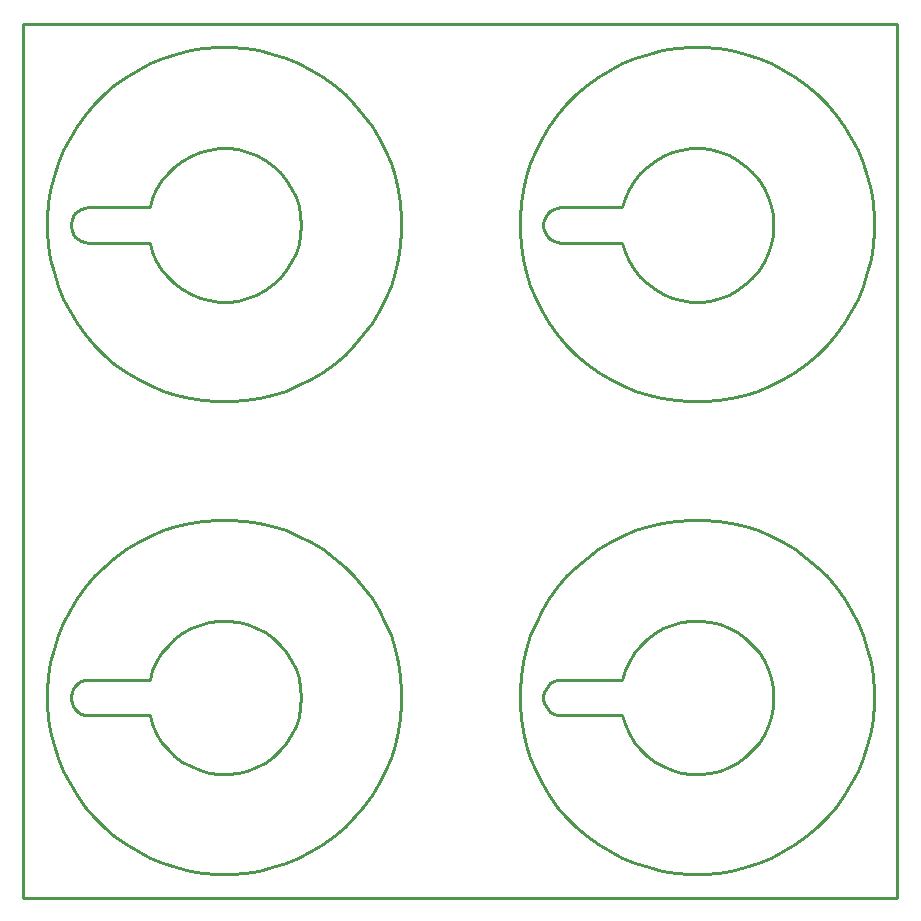
<source format=gbr>
%FSDAX33Y33*%
%MOMM*%
%SFA1B1*%

%IPPOS*%
%ADD9502C,0.254000*%
%LNgbr_rout-1*%
%LPD*%
G54D9502*
X013807Y087808D02*
X087808D01*
Y013807D01*
X013807D01*
Y087808D01*
X019312Y029250D02*
X019000Y029283D01*
X018702Y029379D01*
X018430Y029536D01*
X018197Y029746D01*
X018013Y030000D01*
X017886Y030286D01*
X017820Y030593D01*
Y030907D01*
X017886Y031213D01*
X018013Y031500D01*
X018197Y031753D01*
X018430Y031963D01*
X018702Y032120D01*
X019000Y032217D01*
X019312Y032250D01*
X024488D01*
X024727Y033036D01*
X025064Y033785D01*
X025493Y034485D01*
X026007Y035127D01*
X026597Y035698D01*
X027255Y036190D01*
X027969Y036595D01*
X028729Y036907D01*
X029523Y037121D01*
X030336Y037232D01*
X031158Y037241D01*
X031974Y037145D01*
X032771Y036948D01*
X033537Y036651D01*
X034260Y036260D01*
X034927Y035781D01*
X035529Y035222D01*
X036055Y034591D01*
X036498Y033899D01*
X036850Y033157D01*
X037105Y032376D01*
X037260Y031570D01*
X037312Y030750D01*
X037260Y029930D01*
X037105Y029123D01*
X036850Y028342D01*
X036498Y027600D01*
X036055Y026908D01*
X035529Y026277D01*
X034927Y025718D01*
X034260Y025239D01*
X033537Y024849D01*
X032771Y024552D01*
X031974Y024354D01*
X031158Y024259D01*
X030336Y024267D01*
X029523Y024379D01*
X028729Y024593D01*
X027969Y024904D01*
X027255Y025310D01*
X026597Y025802D01*
X026007Y026373D01*
X025493Y027014D01*
X025064Y027715D01*
X024727Y028464D01*
X024488Y029250D01*
X019312D01*
X030809Y015809D02*
X030220D01*
X029045Y015902D01*
X027880Y016086D01*
X026734Y016361D01*
X025613Y016725D01*
X024524Y017176D01*
X023474Y017712D01*
X022469Y018327D01*
X021515Y019020D01*
X020619Y019786D01*
X019786Y020619D01*
X019020Y021515D01*
X018327Y022469D01*
X017712Y023474D01*
X017176Y024524D01*
X016725Y025613D01*
X016361Y026734D01*
X016086Y027880D01*
X015902Y029045D01*
X015809Y030220D01*
Y030809D01*
Y031398D01*
X015902Y032574D01*
X016086Y033738D01*
X016361Y034884D01*
X016725Y036005D01*
X017176Y037094D01*
X017712Y038144D01*
X018327Y039149D01*
X019020Y040103D01*
X019786Y040999D01*
X020619Y041832D01*
X021515Y042598D01*
X022469Y043291D01*
X023474Y043907D01*
X024524Y044442D01*
X025613Y044893D01*
X026734Y045257D01*
X027880Y045532D01*
X029045Y045717D01*
X030220Y045809D01*
X030809D01*
X031398D01*
X032574Y045717D01*
X033738Y045532D01*
X034884Y045257D01*
X036005Y044893D01*
X037094Y044442D01*
X038144Y043907D01*
X039149Y043291D01*
X040103Y042598D01*
X040999Y041832D01*
X041832Y040999D01*
X042598Y040103D01*
X043291Y039149D01*
X043907Y038144D01*
X044442Y037094D01*
X044893Y036005D01*
X045257Y034884D01*
X045532Y033738D01*
X045717Y032574D01*
X045809Y031398D01*
Y030809D01*
Y030220D01*
X045717Y029045D01*
X045532Y027880D01*
X045257Y026734D01*
X044893Y025613D01*
X044442Y024524D01*
X043907Y023474D01*
X043291Y022469D01*
X042598Y021515D01*
X041832Y020619D01*
X040999Y019786D01*
X040103Y019020D01*
X039149Y018327D01*
X038144Y017712D01*
X037094Y017176D01*
X036005Y016725D01*
X034884Y016361D01*
X033738Y016086D01*
X032574Y015902D01*
X031398Y015809D01*
X030809D01*
X059312Y029250D02*
X059000Y029283D01*
X058702Y029379D01*
X058430Y029536D01*
X058197Y029746D01*
X058013Y030000D01*
X057885Y030286D01*
X057820Y030593D01*
Y030907D01*
X057885Y031213D01*
X058013Y031500D01*
X058197Y031753D01*
X058430Y031963D01*
X058702Y032120D01*
X059000Y032217D01*
X059312Y032250D01*
X064488D01*
X064727Y033036D01*
X065064Y033785D01*
X065493Y034485D01*
X066006Y035127D01*
X066597Y035698D01*
X067255Y036190D01*
X067969Y036595D01*
X068729Y036907D01*
X069522Y037121D01*
X070336Y037232D01*
X071158Y037241D01*
X071974Y037145D01*
X072771Y036948D01*
X073537Y036651D01*
X074260Y036260D01*
X074927Y035781D01*
X075529Y035222D01*
X076055Y034591D01*
X076498Y033899D01*
X076850Y033157D01*
X077105Y032376D01*
X077260Y031570D01*
X077312Y030750D01*
X077260Y029930D01*
X077105Y029123D01*
X076850Y028342D01*
X076498Y027600D01*
X076055Y026908D01*
X075529Y026277D01*
X074927Y025718D01*
X074260Y025239D01*
X073537Y024849D01*
X072771Y024552D01*
X071974Y024354D01*
X071158Y024259D01*
X070336Y024267D01*
X069522Y024379D01*
X068729Y024593D01*
X067969Y024904D01*
X067255Y025310D01*
X066597Y025802D01*
X066007Y026373D01*
X065493Y027014D01*
X065064Y027715D01*
X064727Y028464D01*
X064488Y029250D01*
X059312D01*
X070809Y015809D02*
X070220D01*
X069045Y015902D01*
X067880Y016086D01*
X066734Y016361D01*
X065613Y016725D01*
X064524Y017176D01*
X063474Y017712D01*
X062469Y018327D01*
X061515Y019020D01*
X060619Y019786D01*
X059786Y020619D01*
X059020Y021515D01*
X058327Y022469D01*
X057711Y023474D01*
X057176Y024524D01*
X056725Y025613D01*
X056361Y026734D01*
X056086Y027880D01*
X055901Y029045D01*
X055809Y030220D01*
Y030809D01*
Y031398D01*
X055901Y032574D01*
X056086Y033738D01*
X056361Y034884D01*
X056725Y036005D01*
X057176Y037094D01*
X057711Y038144D01*
X058327Y039149D01*
X059020Y040103D01*
X059786Y040999D01*
X060619Y041832D01*
X061515Y042598D01*
X062469Y043291D01*
X063474Y043907D01*
X064524Y044442D01*
X065613Y044893D01*
X066734Y045257D01*
X067880Y045532D01*
X069045Y045717D01*
X070220Y045809D01*
X070809D01*
X071398D01*
X072573Y045717D01*
X073738Y045532D01*
X074884Y045257D01*
X076005Y044893D01*
X077094Y044442D01*
X078144Y043907D01*
X079149Y043291D01*
X080103Y042598D01*
X080999Y041832D01*
X081832Y040999D01*
X082598Y040103D01*
X083291Y039149D01*
X083907Y038144D01*
X084442Y037094D01*
X084893Y036005D01*
X085257Y034884D01*
X085532Y033738D01*
X085717Y032574D01*
X085809Y031398D01*
Y030809D01*
Y030220D01*
X085717Y029045D01*
X085532Y027880D01*
X085257Y026734D01*
X084893Y025613D01*
X084442Y024524D01*
X083907Y023474D01*
X083291Y022469D01*
X082598Y021515D01*
X081832Y020619D01*
X080999Y019786D01*
X080103Y019020D01*
X079149Y018327D01*
X078144Y017712D01*
X077094Y017176D01*
X076005Y016725D01*
X074884Y016361D01*
X073738Y016086D01*
X072573Y015902D01*
X071398Y015809D01*
X070809D01*
X019312Y069250D02*
X019000Y069282D01*
X018702Y069379D01*
X018430Y069536D01*
X018197Y069746D01*
X018013Y070000D01*
X017886Y070286D01*
X017820Y070593D01*
Y070906D01*
X017886Y071213D01*
X018013Y071500D01*
X018197Y071753D01*
X018430Y071963D01*
X018702Y072120D01*
X019000Y072217D01*
X019312Y072250D01*
X024488D01*
X024727Y073035D01*
X025064Y073785D01*
X025493Y074485D01*
X026007Y075126D01*
X026597Y075698D01*
X027255Y076190D01*
X027969Y076595D01*
X028729Y076907D01*
X029523Y077120D01*
X030336Y077232D01*
X031158Y077240D01*
X031974Y077145D01*
X032771Y076947D01*
X033537Y076651D01*
X034260Y076260D01*
X034927Y075781D01*
X035529Y075222D01*
X036055Y074591D01*
X036498Y073899D01*
X036850Y073157D01*
X037105Y072376D01*
X037260Y071570D01*
X037312Y070750D01*
X037260Y069930D01*
X037105Y069123D01*
X036850Y068342D01*
X036498Y067600D01*
X036055Y066908D01*
X035529Y066277D01*
X034927Y065718D01*
X034260Y065239D01*
X033537Y064848D01*
X032771Y064552D01*
X031974Y064354D01*
X031158Y064259D01*
X030336Y064267D01*
X029523Y064379D01*
X028729Y064592D01*
X027969Y064904D01*
X027255Y065310D01*
X026597Y065802D01*
X026007Y066373D01*
X025493Y067014D01*
X025064Y067715D01*
X024727Y068464D01*
X024488Y069250D01*
X019312D01*
X030809Y055809D02*
X030220D01*
X029045Y055901D01*
X027880Y056086D01*
X026734Y056361D01*
X025613Y056725D01*
X024524Y057176D01*
X023474Y057711D01*
X022469Y058327D01*
X021515Y059020D01*
X020619Y059786D01*
X019786Y060619D01*
X019020Y061515D01*
X018327Y062469D01*
X017712Y063474D01*
X017176Y064524D01*
X016725Y065613D01*
X016361Y066734D01*
X016086Y067880D01*
X015902Y069045D01*
X015809Y070220D01*
Y070809D01*
Y071398D01*
X015902Y072573D01*
X016086Y073738D01*
X016361Y074884D01*
X016725Y076005D01*
X017176Y077094D01*
X017712Y078144D01*
X018327Y079149D01*
X019020Y080103D01*
X019786Y080999D01*
X020619Y081832D01*
X021515Y082598D01*
X022469Y083291D01*
X023474Y083907D01*
X024524Y084442D01*
X025613Y084893D01*
X026734Y085257D01*
X027880Y085532D01*
X029045Y085717D01*
X030220Y085809D01*
X030809D01*
X031398D01*
X032574Y085717D01*
X033738Y085532D01*
X034884Y085257D01*
X036005Y084893D01*
X037094Y084442D01*
X038144Y083907D01*
X039149Y083291D01*
X040103Y082598D01*
X040999Y081832D01*
X041832Y080999D01*
X042598Y080103D01*
X043291Y079149D01*
X043907Y078144D01*
X044442Y077094D01*
X044893Y076005D01*
X045257Y074884D01*
X045532Y073738D01*
X045717Y072573D01*
X045809Y071398D01*
Y070809D01*
Y070220D01*
X045717Y069045D01*
X045532Y067880D01*
X045257Y066734D01*
X044893Y065613D01*
X044442Y064524D01*
X043907Y063474D01*
X043291Y062469D01*
X042598Y061515D01*
X041832Y060619D01*
X040999Y059786D01*
X040103Y059020D01*
X039149Y058327D01*
X038144Y057711D01*
X037094Y057176D01*
X036005Y056725D01*
X034884Y056361D01*
X033738Y056086D01*
X032574Y055901D01*
X031398Y055809D01*
X030809D01*
X059312Y069250D02*
X059000Y069282D01*
X058702Y069379D01*
X058430Y069536D01*
X058197Y069746D01*
X058013Y070000D01*
X057885Y070286D01*
X057820Y070593D01*
Y070906D01*
X057885Y071213D01*
X058013Y071500D01*
X058197Y071753D01*
X058430Y071963D01*
X058702Y072120D01*
X059000Y072217D01*
X059312Y072250D01*
X064488D01*
X064727Y073035D01*
X065064Y073785D01*
X065493Y074485D01*
X066006Y075126D01*
X066597Y075698D01*
X067255Y076190D01*
X067969Y076595D01*
X068729Y076907D01*
X069522Y077120D01*
X070336Y077232D01*
X071158Y077240D01*
X071974Y077145D01*
X072771Y076947D01*
X073537Y076651D01*
X074260Y076260D01*
X074927Y075781D01*
X075529Y075222D01*
X076055Y074591D01*
X076498Y073899D01*
X076850Y073157D01*
X077105Y072376D01*
X077260Y071570D01*
X077312Y070750D01*
X077260Y069930D01*
X077105Y069123D01*
X076850Y068342D01*
X076498Y067600D01*
X076055Y066908D01*
X075529Y066277D01*
X074927Y065718D01*
X074260Y065239D01*
X073537Y064848D01*
X072771Y064552D01*
X071974Y064354D01*
X071158Y064259D01*
X070336Y064267D01*
X069522Y064379D01*
X068729Y064592D01*
X067969Y064904D01*
X067255Y065310D01*
X066597Y065802D01*
X066007Y066373D01*
X065493Y067014D01*
X065064Y067715D01*
X064727Y068464D01*
X064488Y069250D01*
X059312D01*
X070809Y055809D02*
X070220D01*
X069045Y055901D01*
X067880Y056086D01*
X066734Y056361D01*
X065613Y056725D01*
X064524Y057176D01*
X063474Y057711D01*
X062469Y058327D01*
X061515Y059020D01*
X060619Y059786D01*
X059786Y060619D01*
X059020Y061515D01*
X058327Y062469D01*
X057711Y063474D01*
X057176Y064524D01*
X056725Y065613D01*
X056361Y066734D01*
X056086Y067880D01*
X055901Y069045D01*
X055809Y070220D01*
Y070809D01*
Y071398D01*
X055901Y072573D01*
X056086Y073738D01*
X056361Y074884D01*
X056725Y076005D01*
X057176Y077094D01*
X057711Y078144D01*
X058327Y079149D01*
X059020Y080103D01*
X059786Y080999D01*
X060619Y081832D01*
X061515Y082598D01*
X062469Y083291D01*
X063474Y083907D01*
X064524Y084442D01*
X065613Y084893D01*
X066734Y085257D01*
X067880Y085532D01*
X069045Y085717D01*
X070220Y085809D01*
X070809D01*
X071398D01*
X072573Y085717D01*
X073738Y085532D01*
X074884Y085257D01*
X076005Y084893D01*
X077094Y084442D01*
X078144Y083907D01*
X079149Y083291D01*
X080103Y082598D01*
X080999Y081832D01*
X081832Y080999D01*
X082598Y080103D01*
X083291Y079149D01*
X083907Y078144D01*
X084442Y077094D01*
X084893Y076005D01*
X085257Y074884D01*
X085532Y073738D01*
X085717Y072573D01*
X085809Y071398D01*
Y070809D01*
Y070220D01*
X085717Y069045D01*
X085532Y067880D01*
X085257Y066734D01*
X084893Y065613D01*
X084442Y064524D01*
X083907Y063474D01*
X083291Y062469D01*
X082598Y061515D01*
X081832Y060619D01*
X080999Y059786D01*
X080103Y059020D01*
X079149Y058327D01*
X078144Y057711D01*
X077094Y057176D01*
X076005Y056725D01*
X074884Y056361D01*
X073738Y056086D01*
X072573Y055901D01*
X071398Y055809D01*
X070809D01*
M02*
</source>
